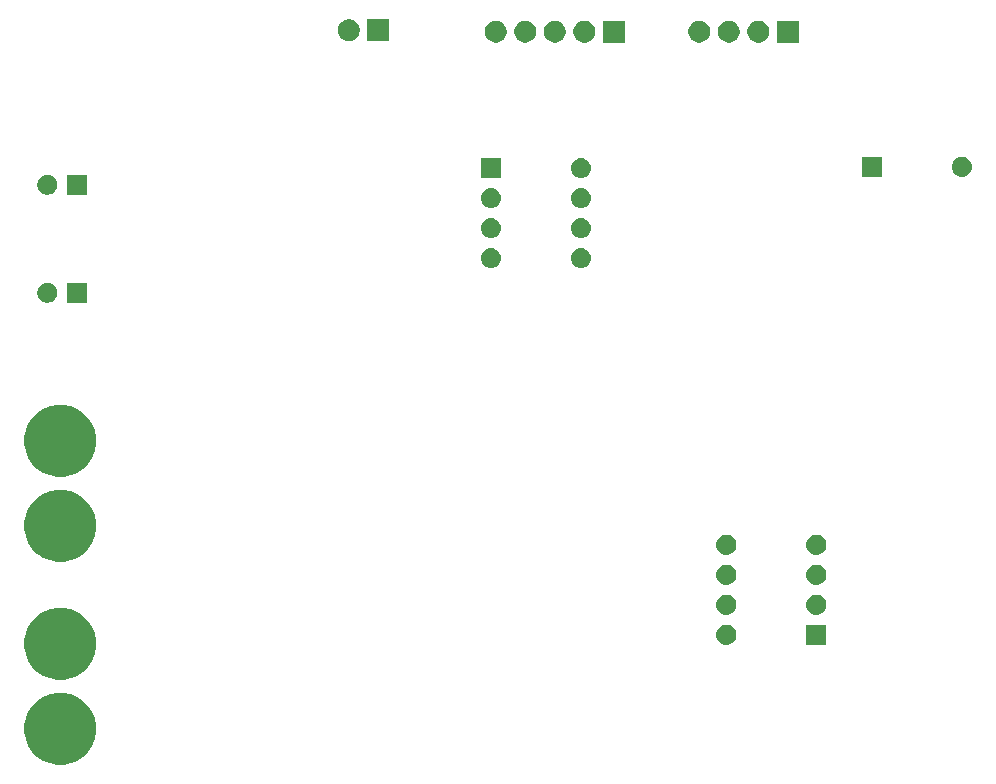
<source format=gbs>
G04 #@! TF.GenerationSoftware,KiCad,Pcbnew,(5.1.0)-1*
G04 #@! TF.CreationDate,2019-06-23T00:58:32+09:00*
G04 #@! TF.ProjectId,md_ver1.00.0,6d645f76-6572-4312-9e30-302e302e6b69,rev?*
G04 #@! TF.SameCoordinates,Original*
G04 #@! TF.FileFunction,Soldermask,Bot*
G04 #@! TF.FilePolarity,Negative*
%FSLAX46Y46*%
G04 Gerber Fmt 4.6, Leading zero omitted, Abs format (unit mm)*
G04 Created by KiCad (PCBNEW (5.1.0)-1) date 2019-06-23 00:58:32*
%MOMM*%
%LPD*%
G04 APERTURE LIST*
%ADD10C,0.100000*%
G04 APERTURE END LIST*
D10*
G36*
X91694943Y-145744248D02*
G01*
X92250189Y-145974238D01*
X92250190Y-145974239D01*
X92749899Y-146308134D01*
X93174866Y-146733101D01*
X93174867Y-146733103D01*
X93508762Y-147232811D01*
X93738752Y-147788057D01*
X93856000Y-148377501D01*
X93856000Y-148978499D01*
X93738752Y-149567943D01*
X93508762Y-150123189D01*
X93508761Y-150123190D01*
X93174866Y-150622899D01*
X92749899Y-151047866D01*
X92498347Y-151215948D01*
X92250189Y-151381762D01*
X91694943Y-151611752D01*
X91105499Y-151729000D01*
X90504501Y-151729000D01*
X89915057Y-151611752D01*
X89359811Y-151381762D01*
X89111653Y-151215948D01*
X88860101Y-151047866D01*
X88435134Y-150622899D01*
X88101239Y-150123190D01*
X88101238Y-150123189D01*
X87871248Y-149567943D01*
X87754000Y-148978499D01*
X87754000Y-148377501D01*
X87871248Y-147788057D01*
X88101238Y-147232811D01*
X88435133Y-146733103D01*
X88435134Y-146733101D01*
X88860101Y-146308134D01*
X89359810Y-145974239D01*
X89359811Y-145974238D01*
X89915057Y-145744248D01*
X90504501Y-145627000D01*
X91105499Y-145627000D01*
X91694943Y-145744248D01*
X91694943Y-145744248D01*
G37*
G36*
X91694943Y-138544248D02*
G01*
X92250189Y-138774238D01*
X92418955Y-138887004D01*
X92749899Y-139108134D01*
X93174866Y-139533101D01*
X93174867Y-139533103D01*
X93508762Y-140032811D01*
X93738752Y-140588057D01*
X93856000Y-141177501D01*
X93856000Y-141778499D01*
X93738752Y-142367943D01*
X93508762Y-142923189D01*
X93508761Y-142923190D01*
X93174866Y-143422899D01*
X92749899Y-143847866D01*
X92498347Y-144015948D01*
X92250189Y-144181762D01*
X91694943Y-144411752D01*
X91105499Y-144529000D01*
X90504501Y-144529000D01*
X89915057Y-144411752D01*
X89359811Y-144181762D01*
X89111653Y-144015948D01*
X88860101Y-143847866D01*
X88435134Y-143422899D01*
X88101239Y-142923190D01*
X88101238Y-142923189D01*
X87871248Y-142367943D01*
X87754000Y-141778499D01*
X87754000Y-141177501D01*
X87871248Y-140588057D01*
X88101238Y-140032811D01*
X88435133Y-139533103D01*
X88435134Y-139533101D01*
X88860101Y-139108134D01*
X89191045Y-138887004D01*
X89359811Y-138774238D01*
X89915057Y-138544248D01*
X90504501Y-138427000D01*
X91105499Y-138427000D01*
X91694943Y-138544248D01*
X91694943Y-138544248D01*
G37*
G36*
X155664000Y-141567000D02*
G01*
X153962000Y-141567000D01*
X153962000Y-139865000D01*
X155664000Y-139865000D01*
X155664000Y-141567000D01*
X155664000Y-141567000D01*
G37*
G36*
X147359823Y-139877313D02*
G01*
X147520242Y-139925976D01*
X147652906Y-139996886D01*
X147668078Y-140004996D01*
X147797659Y-140111341D01*
X147904004Y-140240922D01*
X147904005Y-140240924D01*
X147983024Y-140388758D01*
X148031687Y-140549177D01*
X148048117Y-140716000D01*
X148031687Y-140882823D01*
X147983024Y-141043242D01*
X147912114Y-141175906D01*
X147904004Y-141191078D01*
X147797659Y-141320659D01*
X147668078Y-141427004D01*
X147668076Y-141427005D01*
X147520242Y-141506024D01*
X147359823Y-141554687D01*
X147234804Y-141567000D01*
X147151196Y-141567000D01*
X147026177Y-141554687D01*
X146865758Y-141506024D01*
X146717924Y-141427005D01*
X146717922Y-141427004D01*
X146588341Y-141320659D01*
X146481996Y-141191078D01*
X146473886Y-141175906D01*
X146402976Y-141043242D01*
X146354313Y-140882823D01*
X146337883Y-140716000D01*
X146354313Y-140549177D01*
X146402976Y-140388758D01*
X146481995Y-140240924D01*
X146481996Y-140240922D01*
X146588341Y-140111341D01*
X146717922Y-140004996D01*
X146733094Y-139996886D01*
X146865758Y-139925976D01*
X147026177Y-139877313D01*
X147151196Y-139865000D01*
X147234804Y-139865000D01*
X147359823Y-139877313D01*
X147359823Y-139877313D01*
G37*
G36*
X154979823Y-137337313D02*
G01*
X155140242Y-137385976D01*
X155272906Y-137456886D01*
X155288078Y-137464996D01*
X155417659Y-137571341D01*
X155524004Y-137700922D01*
X155524005Y-137700924D01*
X155603024Y-137848758D01*
X155651687Y-138009177D01*
X155668117Y-138176000D01*
X155651687Y-138342823D01*
X155603024Y-138503242D01*
X155581105Y-138544249D01*
X155524004Y-138651078D01*
X155417659Y-138780659D01*
X155288078Y-138887004D01*
X155288076Y-138887005D01*
X155140242Y-138966024D01*
X154979823Y-139014687D01*
X154854804Y-139027000D01*
X154771196Y-139027000D01*
X154646177Y-139014687D01*
X154485758Y-138966024D01*
X154337924Y-138887005D01*
X154337922Y-138887004D01*
X154208341Y-138780659D01*
X154101996Y-138651078D01*
X154044895Y-138544249D01*
X154022976Y-138503242D01*
X153974313Y-138342823D01*
X153957883Y-138176000D01*
X153974313Y-138009177D01*
X154022976Y-137848758D01*
X154101995Y-137700924D01*
X154101996Y-137700922D01*
X154208341Y-137571341D01*
X154337922Y-137464996D01*
X154353094Y-137456886D01*
X154485758Y-137385976D01*
X154646177Y-137337313D01*
X154771196Y-137325000D01*
X154854804Y-137325000D01*
X154979823Y-137337313D01*
X154979823Y-137337313D01*
G37*
G36*
X147359823Y-137337313D02*
G01*
X147520242Y-137385976D01*
X147652906Y-137456886D01*
X147668078Y-137464996D01*
X147797659Y-137571341D01*
X147904004Y-137700922D01*
X147904005Y-137700924D01*
X147983024Y-137848758D01*
X148031687Y-138009177D01*
X148048117Y-138176000D01*
X148031687Y-138342823D01*
X147983024Y-138503242D01*
X147961105Y-138544249D01*
X147904004Y-138651078D01*
X147797659Y-138780659D01*
X147668078Y-138887004D01*
X147668076Y-138887005D01*
X147520242Y-138966024D01*
X147359823Y-139014687D01*
X147234804Y-139027000D01*
X147151196Y-139027000D01*
X147026177Y-139014687D01*
X146865758Y-138966024D01*
X146717924Y-138887005D01*
X146717922Y-138887004D01*
X146588341Y-138780659D01*
X146481996Y-138651078D01*
X146424895Y-138544249D01*
X146402976Y-138503242D01*
X146354313Y-138342823D01*
X146337883Y-138176000D01*
X146354313Y-138009177D01*
X146402976Y-137848758D01*
X146481995Y-137700924D01*
X146481996Y-137700922D01*
X146588341Y-137571341D01*
X146717922Y-137464996D01*
X146733094Y-137456886D01*
X146865758Y-137385976D01*
X147026177Y-137337313D01*
X147151196Y-137325000D01*
X147234804Y-137325000D01*
X147359823Y-137337313D01*
X147359823Y-137337313D01*
G37*
G36*
X154979823Y-134797313D02*
G01*
X155140242Y-134845976D01*
X155272906Y-134916886D01*
X155288078Y-134924996D01*
X155417659Y-135031341D01*
X155524004Y-135160922D01*
X155524005Y-135160924D01*
X155603024Y-135308758D01*
X155651687Y-135469177D01*
X155668117Y-135636000D01*
X155651687Y-135802823D01*
X155603024Y-135963242D01*
X155532114Y-136095906D01*
X155524004Y-136111078D01*
X155417659Y-136240659D01*
X155288078Y-136347004D01*
X155288076Y-136347005D01*
X155140242Y-136426024D01*
X154979823Y-136474687D01*
X154854804Y-136487000D01*
X154771196Y-136487000D01*
X154646177Y-136474687D01*
X154485758Y-136426024D01*
X154337924Y-136347005D01*
X154337922Y-136347004D01*
X154208341Y-136240659D01*
X154101996Y-136111078D01*
X154093886Y-136095906D01*
X154022976Y-135963242D01*
X153974313Y-135802823D01*
X153957883Y-135636000D01*
X153974313Y-135469177D01*
X154022976Y-135308758D01*
X154101995Y-135160924D01*
X154101996Y-135160922D01*
X154208341Y-135031341D01*
X154337922Y-134924996D01*
X154353094Y-134916886D01*
X154485758Y-134845976D01*
X154646177Y-134797313D01*
X154771196Y-134785000D01*
X154854804Y-134785000D01*
X154979823Y-134797313D01*
X154979823Y-134797313D01*
G37*
G36*
X147359823Y-134797313D02*
G01*
X147520242Y-134845976D01*
X147652906Y-134916886D01*
X147668078Y-134924996D01*
X147797659Y-135031341D01*
X147904004Y-135160922D01*
X147904005Y-135160924D01*
X147983024Y-135308758D01*
X148031687Y-135469177D01*
X148048117Y-135636000D01*
X148031687Y-135802823D01*
X147983024Y-135963242D01*
X147912114Y-136095906D01*
X147904004Y-136111078D01*
X147797659Y-136240659D01*
X147668078Y-136347004D01*
X147668076Y-136347005D01*
X147520242Y-136426024D01*
X147359823Y-136474687D01*
X147234804Y-136487000D01*
X147151196Y-136487000D01*
X147026177Y-136474687D01*
X146865758Y-136426024D01*
X146717924Y-136347005D01*
X146717922Y-136347004D01*
X146588341Y-136240659D01*
X146481996Y-136111078D01*
X146473886Y-136095906D01*
X146402976Y-135963242D01*
X146354313Y-135802823D01*
X146337883Y-135636000D01*
X146354313Y-135469177D01*
X146402976Y-135308758D01*
X146481995Y-135160924D01*
X146481996Y-135160922D01*
X146588341Y-135031341D01*
X146717922Y-134924996D01*
X146733094Y-134916886D01*
X146865758Y-134845976D01*
X147026177Y-134797313D01*
X147151196Y-134785000D01*
X147234804Y-134785000D01*
X147359823Y-134797313D01*
X147359823Y-134797313D01*
G37*
G36*
X91694943Y-128552248D02*
G01*
X92250189Y-128782238D01*
X92250190Y-128782239D01*
X92749899Y-129116134D01*
X93174866Y-129541101D01*
X93174867Y-129541103D01*
X93508762Y-130040811D01*
X93738752Y-130596057D01*
X93856000Y-131185501D01*
X93856000Y-131786499D01*
X93738752Y-132375943D01*
X93508762Y-132931189D01*
X93342948Y-133179347D01*
X93174866Y-133430899D01*
X92749899Y-133855866D01*
X92631935Y-133934687D01*
X92250189Y-134189762D01*
X91694943Y-134419752D01*
X91105499Y-134537000D01*
X90504501Y-134537000D01*
X89915057Y-134419752D01*
X89359811Y-134189762D01*
X88978065Y-133934687D01*
X88860101Y-133855866D01*
X88435134Y-133430899D01*
X88267052Y-133179347D01*
X88101238Y-132931189D01*
X87871248Y-132375943D01*
X87754000Y-131786499D01*
X87754000Y-131185501D01*
X87871248Y-130596057D01*
X88101238Y-130040811D01*
X88435133Y-129541103D01*
X88435134Y-129541101D01*
X88860101Y-129116134D01*
X89359810Y-128782239D01*
X89359811Y-128782238D01*
X89915057Y-128552248D01*
X90504501Y-128435000D01*
X91105499Y-128435000D01*
X91694943Y-128552248D01*
X91694943Y-128552248D01*
G37*
G36*
X147359823Y-132257313D02*
G01*
X147520242Y-132305976D01*
X147651141Y-132375943D01*
X147668078Y-132384996D01*
X147797659Y-132491341D01*
X147904004Y-132620922D01*
X147904005Y-132620924D01*
X147983024Y-132768758D01*
X148031687Y-132929177D01*
X148048117Y-133096000D01*
X148031687Y-133262823D01*
X147983024Y-133423242D01*
X147978932Y-133430897D01*
X147904004Y-133571078D01*
X147797659Y-133700659D01*
X147668078Y-133807004D01*
X147668076Y-133807005D01*
X147520242Y-133886024D01*
X147359823Y-133934687D01*
X147234804Y-133947000D01*
X147151196Y-133947000D01*
X147026177Y-133934687D01*
X146865758Y-133886024D01*
X146717924Y-133807005D01*
X146717922Y-133807004D01*
X146588341Y-133700659D01*
X146481996Y-133571078D01*
X146407068Y-133430897D01*
X146402976Y-133423242D01*
X146354313Y-133262823D01*
X146337883Y-133096000D01*
X146354313Y-132929177D01*
X146402976Y-132768758D01*
X146481995Y-132620924D01*
X146481996Y-132620922D01*
X146588341Y-132491341D01*
X146717922Y-132384996D01*
X146734859Y-132375943D01*
X146865758Y-132305976D01*
X147026177Y-132257313D01*
X147151196Y-132245000D01*
X147234804Y-132245000D01*
X147359823Y-132257313D01*
X147359823Y-132257313D01*
G37*
G36*
X154979823Y-132257313D02*
G01*
X155140242Y-132305976D01*
X155271141Y-132375943D01*
X155288078Y-132384996D01*
X155417659Y-132491341D01*
X155524004Y-132620922D01*
X155524005Y-132620924D01*
X155603024Y-132768758D01*
X155651687Y-132929177D01*
X155668117Y-133096000D01*
X155651687Y-133262823D01*
X155603024Y-133423242D01*
X155598932Y-133430897D01*
X155524004Y-133571078D01*
X155417659Y-133700659D01*
X155288078Y-133807004D01*
X155288076Y-133807005D01*
X155140242Y-133886024D01*
X154979823Y-133934687D01*
X154854804Y-133947000D01*
X154771196Y-133947000D01*
X154646177Y-133934687D01*
X154485758Y-133886024D01*
X154337924Y-133807005D01*
X154337922Y-133807004D01*
X154208341Y-133700659D01*
X154101996Y-133571078D01*
X154027068Y-133430897D01*
X154022976Y-133423242D01*
X153974313Y-133262823D01*
X153957883Y-133096000D01*
X153974313Y-132929177D01*
X154022976Y-132768758D01*
X154101995Y-132620924D01*
X154101996Y-132620922D01*
X154208341Y-132491341D01*
X154337922Y-132384996D01*
X154354859Y-132375943D01*
X154485758Y-132305976D01*
X154646177Y-132257313D01*
X154771196Y-132245000D01*
X154854804Y-132245000D01*
X154979823Y-132257313D01*
X154979823Y-132257313D01*
G37*
G36*
X91694943Y-121352248D02*
G01*
X92250189Y-121582238D01*
X92250190Y-121582239D01*
X92749899Y-121916134D01*
X93174866Y-122341101D01*
X93174867Y-122341103D01*
X93508762Y-122840811D01*
X93738752Y-123396057D01*
X93856000Y-123985501D01*
X93856000Y-124586499D01*
X93738752Y-125175943D01*
X93508762Y-125731189D01*
X93508761Y-125731190D01*
X93174866Y-126230899D01*
X92749899Y-126655866D01*
X92498347Y-126823948D01*
X92250189Y-126989762D01*
X91694943Y-127219752D01*
X91105499Y-127337000D01*
X90504501Y-127337000D01*
X89915057Y-127219752D01*
X89359811Y-126989762D01*
X89111653Y-126823948D01*
X88860101Y-126655866D01*
X88435134Y-126230899D01*
X88101239Y-125731190D01*
X88101238Y-125731189D01*
X87871248Y-125175943D01*
X87754000Y-124586499D01*
X87754000Y-123985501D01*
X87871248Y-123396057D01*
X88101238Y-122840811D01*
X88435133Y-122341103D01*
X88435134Y-122341101D01*
X88860101Y-121916134D01*
X89359810Y-121582239D01*
X89359811Y-121582238D01*
X89915057Y-121352248D01*
X90504501Y-121235000D01*
X91105499Y-121235000D01*
X91694943Y-121352248D01*
X91694943Y-121352248D01*
G37*
G36*
X89950228Y-110941703D02*
G01*
X90105100Y-111005853D01*
X90244481Y-111098985D01*
X90363015Y-111217519D01*
X90456147Y-111356900D01*
X90520297Y-111511772D01*
X90553000Y-111676184D01*
X90553000Y-111843816D01*
X90520297Y-112008228D01*
X90456147Y-112163100D01*
X90363015Y-112302481D01*
X90244481Y-112421015D01*
X90105100Y-112514147D01*
X89950228Y-112578297D01*
X89785816Y-112611000D01*
X89618184Y-112611000D01*
X89453772Y-112578297D01*
X89298900Y-112514147D01*
X89159519Y-112421015D01*
X89040985Y-112302481D01*
X88947853Y-112163100D01*
X88883703Y-112008228D01*
X88851000Y-111843816D01*
X88851000Y-111676184D01*
X88883703Y-111511772D01*
X88947853Y-111356900D01*
X89040985Y-111217519D01*
X89159519Y-111098985D01*
X89298900Y-111005853D01*
X89453772Y-110941703D01*
X89618184Y-110909000D01*
X89785816Y-110909000D01*
X89950228Y-110941703D01*
X89950228Y-110941703D01*
G37*
G36*
X93053000Y-112611000D02*
G01*
X91351000Y-112611000D01*
X91351000Y-110909000D01*
X93053000Y-110909000D01*
X93053000Y-112611000D01*
X93053000Y-112611000D01*
G37*
G36*
X127420823Y-108000313D02*
G01*
X127581242Y-108048976D01*
X127713906Y-108119886D01*
X127729078Y-108127996D01*
X127858659Y-108234341D01*
X127965004Y-108363922D01*
X127965005Y-108363924D01*
X128044024Y-108511758D01*
X128092687Y-108672177D01*
X128109117Y-108839000D01*
X128092687Y-109005823D01*
X128044024Y-109166242D01*
X127973114Y-109298906D01*
X127965004Y-109314078D01*
X127858659Y-109443659D01*
X127729078Y-109550004D01*
X127729076Y-109550005D01*
X127581242Y-109629024D01*
X127420823Y-109677687D01*
X127295804Y-109690000D01*
X127212196Y-109690000D01*
X127087177Y-109677687D01*
X126926758Y-109629024D01*
X126778924Y-109550005D01*
X126778922Y-109550004D01*
X126649341Y-109443659D01*
X126542996Y-109314078D01*
X126534886Y-109298906D01*
X126463976Y-109166242D01*
X126415313Y-109005823D01*
X126398883Y-108839000D01*
X126415313Y-108672177D01*
X126463976Y-108511758D01*
X126542995Y-108363924D01*
X126542996Y-108363922D01*
X126649341Y-108234341D01*
X126778922Y-108127996D01*
X126794094Y-108119886D01*
X126926758Y-108048976D01*
X127087177Y-108000313D01*
X127212196Y-107988000D01*
X127295804Y-107988000D01*
X127420823Y-108000313D01*
X127420823Y-108000313D01*
G37*
G36*
X135040823Y-108000313D02*
G01*
X135201242Y-108048976D01*
X135333906Y-108119886D01*
X135349078Y-108127996D01*
X135478659Y-108234341D01*
X135585004Y-108363922D01*
X135585005Y-108363924D01*
X135664024Y-108511758D01*
X135712687Y-108672177D01*
X135729117Y-108839000D01*
X135712687Y-109005823D01*
X135664024Y-109166242D01*
X135593114Y-109298906D01*
X135585004Y-109314078D01*
X135478659Y-109443659D01*
X135349078Y-109550004D01*
X135349076Y-109550005D01*
X135201242Y-109629024D01*
X135040823Y-109677687D01*
X134915804Y-109690000D01*
X134832196Y-109690000D01*
X134707177Y-109677687D01*
X134546758Y-109629024D01*
X134398924Y-109550005D01*
X134398922Y-109550004D01*
X134269341Y-109443659D01*
X134162996Y-109314078D01*
X134154886Y-109298906D01*
X134083976Y-109166242D01*
X134035313Y-109005823D01*
X134018883Y-108839000D01*
X134035313Y-108672177D01*
X134083976Y-108511758D01*
X134162995Y-108363924D01*
X134162996Y-108363922D01*
X134269341Y-108234341D01*
X134398922Y-108127996D01*
X134414094Y-108119886D01*
X134546758Y-108048976D01*
X134707177Y-108000313D01*
X134832196Y-107988000D01*
X134915804Y-107988000D01*
X135040823Y-108000313D01*
X135040823Y-108000313D01*
G37*
G36*
X135040823Y-105460313D02*
G01*
X135201242Y-105508976D01*
X135333906Y-105579886D01*
X135349078Y-105587996D01*
X135478659Y-105694341D01*
X135585004Y-105823922D01*
X135585005Y-105823924D01*
X135664024Y-105971758D01*
X135712687Y-106132177D01*
X135729117Y-106299000D01*
X135712687Y-106465823D01*
X135664024Y-106626242D01*
X135593114Y-106758906D01*
X135585004Y-106774078D01*
X135478659Y-106903659D01*
X135349078Y-107010004D01*
X135349076Y-107010005D01*
X135201242Y-107089024D01*
X135040823Y-107137687D01*
X134915804Y-107150000D01*
X134832196Y-107150000D01*
X134707177Y-107137687D01*
X134546758Y-107089024D01*
X134398924Y-107010005D01*
X134398922Y-107010004D01*
X134269341Y-106903659D01*
X134162996Y-106774078D01*
X134154886Y-106758906D01*
X134083976Y-106626242D01*
X134035313Y-106465823D01*
X134018883Y-106299000D01*
X134035313Y-106132177D01*
X134083976Y-105971758D01*
X134162995Y-105823924D01*
X134162996Y-105823922D01*
X134269341Y-105694341D01*
X134398922Y-105587996D01*
X134414094Y-105579886D01*
X134546758Y-105508976D01*
X134707177Y-105460313D01*
X134832196Y-105448000D01*
X134915804Y-105448000D01*
X135040823Y-105460313D01*
X135040823Y-105460313D01*
G37*
G36*
X127420823Y-105460313D02*
G01*
X127581242Y-105508976D01*
X127713906Y-105579886D01*
X127729078Y-105587996D01*
X127858659Y-105694341D01*
X127965004Y-105823922D01*
X127965005Y-105823924D01*
X128044024Y-105971758D01*
X128092687Y-106132177D01*
X128109117Y-106299000D01*
X128092687Y-106465823D01*
X128044024Y-106626242D01*
X127973114Y-106758906D01*
X127965004Y-106774078D01*
X127858659Y-106903659D01*
X127729078Y-107010004D01*
X127729076Y-107010005D01*
X127581242Y-107089024D01*
X127420823Y-107137687D01*
X127295804Y-107150000D01*
X127212196Y-107150000D01*
X127087177Y-107137687D01*
X126926758Y-107089024D01*
X126778924Y-107010005D01*
X126778922Y-107010004D01*
X126649341Y-106903659D01*
X126542996Y-106774078D01*
X126534886Y-106758906D01*
X126463976Y-106626242D01*
X126415313Y-106465823D01*
X126398883Y-106299000D01*
X126415313Y-106132177D01*
X126463976Y-105971758D01*
X126542995Y-105823924D01*
X126542996Y-105823922D01*
X126649341Y-105694341D01*
X126778922Y-105587996D01*
X126794094Y-105579886D01*
X126926758Y-105508976D01*
X127087177Y-105460313D01*
X127212196Y-105448000D01*
X127295804Y-105448000D01*
X127420823Y-105460313D01*
X127420823Y-105460313D01*
G37*
G36*
X135040823Y-102920313D02*
G01*
X135201242Y-102968976D01*
X135295017Y-103019100D01*
X135349078Y-103047996D01*
X135478659Y-103154341D01*
X135585004Y-103283922D01*
X135585005Y-103283924D01*
X135664024Y-103431758D01*
X135712687Y-103592177D01*
X135729117Y-103759000D01*
X135712687Y-103925823D01*
X135664024Y-104086242D01*
X135593114Y-104218906D01*
X135585004Y-104234078D01*
X135478659Y-104363659D01*
X135349078Y-104470004D01*
X135349076Y-104470005D01*
X135201242Y-104549024D01*
X135040823Y-104597687D01*
X134915804Y-104610000D01*
X134832196Y-104610000D01*
X134707177Y-104597687D01*
X134546758Y-104549024D01*
X134398924Y-104470005D01*
X134398922Y-104470004D01*
X134269341Y-104363659D01*
X134162996Y-104234078D01*
X134154886Y-104218906D01*
X134083976Y-104086242D01*
X134035313Y-103925823D01*
X134018883Y-103759000D01*
X134035313Y-103592177D01*
X134083976Y-103431758D01*
X134162995Y-103283924D01*
X134162996Y-103283922D01*
X134269341Y-103154341D01*
X134398922Y-103047996D01*
X134452983Y-103019100D01*
X134546758Y-102968976D01*
X134707177Y-102920313D01*
X134832196Y-102908000D01*
X134915804Y-102908000D01*
X135040823Y-102920313D01*
X135040823Y-102920313D01*
G37*
G36*
X127420823Y-102920313D02*
G01*
X127581242Y-102968976D01*
X127675017Y-103019100D01*
X127729078Y-103047996D01*
X127858659Y-103154341D01*
X127965004Y-103283922D01*
X127965005Y-103283924D01*
X128044024Y-103431758D01*
X128092687Y-103592177D01*
X128109117Y-103759000D01*
X128092687Y-103925823D01*
X128044024Y-104086242D01*
X127973114Y-104218906D01*
X127965004Y-104234078D01*
X127858659Y-104363659D01*
X127729078Y-104470004D01*
X127729076Y-104470005D01*
X127581242Y-104549024D01*
X127420823Y-104597687D01*
X127295804Y-104610000D01*
X127212196Y-104610000D01*
X127087177Y-104597687D01*
X126926758Y-104549024D01*
X126778924Y-104470005D01*
X126778922Y-104470004D01*
X126649341Y-104363659D01*
X126542996Y-104234078D01*
X126534886Y-104218906D01*
X126463976Y-104086242D01*
X126415313Y-103925823D01*
X126398883Y-103759000D01*
X126415313Y-103592177D01*
X126463976Y-103431758D01*
X126542995Y-103283924D01*
X126542996Y-103283922D01*
X126649341Y-103154341D01*
X126778922Y-103047996D01*
X126832983Y-103019100D01*
X126926758Y-102968976D01*
X127087177Y-102920313D01*
X127212196Y-102908000D01*
X127295804Y-102908000D01*
X127420823Y-102920313D01*
X127420823Y-102920313D01*
G37*
G36*
X89950228Y-101797703D02*
G01*
X90105100Y-101861853D01*
X90244481Y-101954985D01*
X90363015Y-102073519D01*
X90456147Y-102212900D01*
X90520297Y-102367772D01*
X90553000Y-102532184D01*
X90553000Y-102699816D01*
X90520297Y-102864228D01*
X90456147Y-103019100D01*
X90363015Y-103158481D01*
X90244481Y-103277015D01*
X90105100Y-103370147D01*
X89950228Y-103434297D01*
X89785816Y-103467000D01*
X89618184Y-103467000D01*
X89453772Y-103434297D01*
X89298900Y-103370147D01*
X89159519Y-103277015D01*
X89040985Y-103158481D01*
X88947853Y-103019100D01*
X88883703Y-102864228D01*
X88851000Y-102699816D01*
X88851000Y-102532184D01*
X88883703Y-102367772D01*
X88947853Y-102212900D01*
X89040985Y-102073519D01*
X89159519Y-101954985D01*
X89298900Y-101861853D01*
X89453772Y-101797703D01*
X89618184Y-101765000D01*
X89785816Y-101765000D01*
X89950228Y-101797703D01*
X89950228Y-101797703D01*
G37*
G36*
X93053000Y-103467000D02*
G01*
X91351000Y-103467000D01*
X91351000Y-101765000D01*
X93053000Y-101765000D01*
X93053000Y-103467000D01*
X93053000Y-103467000D01*
G37*
G36*
X135040823Y-100380313D02*
G01*
X135201242Y-100428976D01*
X135310435Y-100487341D01*
X135349078Y-100507996D01*
X135478659Y-100614341D01*
X135585004Y-100743922D01*
X135585005Y-100743924D01*
X135664024Y-100891758D01*
X135712687Y-101052177D01*
X135729117Y-101219000D01*
X135712687Y-101385823D01*
X135664024Y-101546242D01*
X135593114Y-101678906D01*
X135585004Y-101694078D01*
X135478659Y-101823659D01*
X135349078Y-101930004D01*
X135349076Y-101930005D01*
X135201242Y-102009024D01*
X135040823Y-102057687D01*
X134915804Y-102070000D01*
X134832196Y-102070000D01*
X134707177Y-102057687D01*
X134546758Y-102009024D01*
X134398924Y-101930005D01*
X134398922Y-101930004D01*
X134269341Y-101823659D01*
X134162996Y-101694078D01*
X134154886Y-101678906D01*
X134083976Y-101546242D01*
X134035313Y-101385823D01*
X134018883Y-101219000D01*
X134035313Y-101052177D01*
X134083976Y-100891758D01*
X134162995Y-100743924D01*
X134162996Y-100743922D01*
X134269341Y-100614341D01*
X134398922Y-100507996D01*
X134437565Y-100487341D01*
X134546758Y-100428976D01*
X134707177Y-100380313D01*
X134832196Y-100368000D01*
X134915804Y-100368000D01*
X135040823Y-100380313D01*
X135040823Y-100380313D01*
G37*
G36*
X128105000Y-102070000D02*
G01*
X126403000Y-102070000D01*
X126403000Y-100368000D01*
X128105000Y-100368000D01*
X128105000Y-102070000D01*
X128105000Y-102070000D01*
G37*
G36*
X167298823Y-100253313D02*
G01*
X167459242Y-100301976D01*
X167582764Y-100368000D01*
X167607078Y-100380996D01*
X167736659Y-100487341D01*
X167843004Y-100616922D01*
X167843005Y-100616924D01*
X167922024Y-100764758D01*
X167970687Y-100925177D01*
X167987117Y-101092000D01*
X167970687Y-101258823D01*
X167922024Y-101419242D01*
X167854143Y-101546239D01*
X167843004Y-101567078D01*
X167736659Y-101696659D01*
X167607078Y-101803004D01*
X167607076Y-101803005D01*
X167459242Y-101882024D01*
X167298823Y-101930687D01*
X167173804Y-101943000D01*
X167090196Y-101943000D01*
X166965177Y-101930687D01*
X166804758Y-101882024D01*
X166656924Y-101803005D01*
X166656922Y-101803004D01*
X166527341Y-101696659D01*
X166420996Y-101567078D01*
X166409857Y-101546239D01*
X166341976Y-101419242D01*
X166293313Y-101258823D01*
X166276883Y-101092000D01*
X166293313Y-100925177D01*
X166341976Y-100764758D01*
X166420995Y-100616924D01*
X166420996Y-100616922D01*
X166527341Y-100487341D01*
X166656922Y-100380996D01*
X166681236Y-100368000D01*
X166804758Y-100301976D01*
X166965177Y-100253313D01*
X167090196Y-100241000D01*
X167173804Y-100241000D01*
X167298823Y-100253313D01*
X167298823Y-100253313D01*
G37*
G36*
X160363000Y-101943000D02*
G01*
X158661000Y-101943000D01*
X158661000Y-100241000D01*
X160363000Y-100241000D01*
X160363000Y-101943000D01*
X160363000Y-101943000D01*
G37*
G36*
X150170104Y-88771585D02*
G01*
X150338626Y-88841389D01*
X150490291Y-88942728D01*
X150619272Y-89071709D01*
X150720611Y-89223374D01*
X150790415Y-89391896D01*
X150826000Y-89570797D01*
X150826000Y-89753203D01*
X150790415Y-89932104D01*
X150720611Y-90100626D01*
X150619272Y-90252291D01*
X150490291Y-90381272D01*
X150338626Y-90482611D01*
X150170104Y-90552415D01*
X149991203Y-90588000D01*
X149808797Y-90588000D01*
X149629896Y-90552415D01*
X149461374Y-90482611D01*
X149309709Y-90381272D01*
X149180728Y-90252291D01*
X149079389Y-90100626D01*
X149009585Y-89932104D01*
X148974000Y-89753203D01*
X148974000Y-89570797D01*
X149009585Y-89391896D01*
X149079389Y-89223374D01*
X149180728Y-89071709D01*
X149309709Y-88942728D01*
X149461374Y-88841389D01*
X149629896Y-88771585D01*
X149808797Y-88736000D01*
X149991203Y-88736000D01*
X150170104Y-88771585D01*
X150170104Y-88771585D01*
G37*
G36*
X138594000Y-90588000D02*
G01*
X136742000Y-90588000D01*
X136742000Y-88736000D01*
X138594000Y-88736000D01*
X138594000Y-90588000D01*
X138594000Y-90588000D01*
G37*
G36*
X135438104Y-88771585D02*
G01*
X135606626Y-88841389D01*
X135758291Y-88942728D01*
X135887272Y-89071709D01*
X135988611Y-89223374D01*
X136058415Y-89391896D01*
X136094000Y-89570797D01*
X136094000Y-89753203D01*
X136058415Y-89932104D01*
X135988611Y-90100626D01*
X135887272Y-90252291D01*
X135758291Y-90381272D01*
X135606626Y-90482611D01*
X135438104Y-90552415D01*
X135259203Y-90588000D01*
X135076797Y-90588000D01*
X134897896Y-90552415D01*
X134729374Y-90482611D01*
X134577709Y-90381272D01*
X134448728Y-90252291D01*
X134347389Y-90100626D01*
X134277585Y-89932104D01*
X134242000Y-89753203D01*
X134242000Y-89570797D01*
X134277585Y-89391896D01*
X134347389Y-89223374D01*
X134448728Y-89071709D01*
X134577709Y-88942728D01*
X134729374Y-88841389D01*
X134897896Y-88771585D01*
X135076797Y-88736000D01*
X135259203Y-88736000D01*
X135438104Y-88771585D01*
X135438104Y-88771585D01*
G37*
G36*
X132938104Y-88771585D02*
G01*
X133106626Y-88841389D01*
X133258291Y-88942728D01*
X133387272Y-89071709D01*
X133488611Y-89223374D01*
X133558415Y-89391896D01*
X133594000Y-89570797D01*
X133594000Y-89753203D01*
X133558415Y-89932104D01*
X133488611Y-90100626D01*
X133387272Y-90252291D01*
X133258291Y-90381272D01*
X133106626Y-90482611D01*
X132938104Y-90552415D01*
X132759203Y-90588000D01*
X132576797Y-90588000D01*
X132397896Y-90552415D01*
X132229374Y-90482611D01*
X132077709Y-90381272D01*
X131948728Y-90252291D01*
X131847389Y-90100626D01*
X131777585Y-89932104D01*
X131742000Y-89753203D01*
X131742000Y-89570797D01*
X131777585Y-89391896D01*
X131847389Y-89223374D01*
X131948728Y-89071709D01*
X132077709Y-88942728D01*
X132229374Y-88841389D01*
X132397896Y-88771585D01*
X132576797Y-88736000D01*
X132759203Y-88736000D01*
X132938104Y-88771585D01*
X132938104Y-88771585D01*
G37*
G36*
X127938104Y-88771585D02*
G01*
X128106626Y-88841389D01*
X128258291Y-88942728D01*
X128387272Y-89071709D01*
X128488611Y-89223374D01*
X128558415Y-89391896D01*
X128594000Y-89570797D01*
X128594000Y-89753203D01*
X128558415Y-89932104D01*
X128488611Y-90100626D01*
X128387272Y-90252291D01*
X128258291Y-90381272D01*
X128106626Y-90482611D01*
X127938104Y-90552415D01*
X127759203Y-90588000D01*
X127576797Y-90588000D01*
X127397896Y-90552415D01*
X127229374Y-90482611D01*
X127077709Y-90381272D01*
X126948728Y-90252291D01*
X126847389Y-90100626D01*
X126777585Y-89932104D01*
X126742000Y-89753203D01*
X126742000Y-89570797D01*
X126777585Y-89391896D01*
X126847389Y-89223374D01*
X126948728Y-89071709D01*
X127077709Y-88942728D01*
X127229374Y-88841389D01*
X127397896Y-88771585D01*
X127576797Y-88736000D01*
X127759203Y-88736000D01*
X127938104Y-88771585D01*
X127938104Y-88771585D01*
G37*
G36*
X145170104Y-88771585D02*
G01*
X145338626Y-88841389D01*
X145490291Y-88942728D01*
X145619272Y-89071709D01*
X145720611Y-89223374D01*
X145790415Y-89391896D01*
X145826000Y-89570797D01*
X145826000Y-89753203D01*
X145790415Y-89932104D01*
X145720611Y-90100626D01*
X145619272Y-90252291D01*
X145490291Y-90381272D01*
X145338626Y-90482611D01*
X145170104Y-90552415D01*
X144991203Y-90588000D01*
X144808797Y-90588000D01*
X144629896Y-90552415D01*
X144461374Y-90482611D01*
X144309709Y-90381272D01*
X144180728Y-90252291D01*
X144079389Y-90100626D01*
X144009585Y-89932104D01*
X143974000Y-89753203D01*
X143974000Y-89570797D01*
X144009585Y-89391896D01*
X144079389Y-89223374D01*
X144180728Y-89071709D01*
X144309709Y-88942728D01*
X144461374Y-88841389D01*
X144629896Y-88771585D01*
X144808797Y-88736000D01*
X144991203Y-88736000D01*
X145170104Y-88771585D01*
X145170104Y-88771585D01*
G37*
G36*
X147670104Y-88771585D02*
G01*
X147838626Y-88841389D01*
X147990291Y-88942728D01*
X148119272Y-89071709D01*
X148220611Y-89223374D01*
X148290415Y-89391896D01*
X148326000Y-89570797D01*
X148326000Y-89753203D01*
X148290415Y-89932104D01*
X148220611Y-90100626D01*
X148119272Y-90252291D01*
X147990291Y-90381272D01*
X147838626Y-90482611D01*
X147670104Y-90552415D01*
X147491203Y-90588000D01*
X147308797Y-90588000D01*
X147129896Y-90552415D01*
X146961374Y-90482611D01*
X146809709Y-90381272D01*
X146680728Y-90252291D01*
X146579389Y-90100626D01*
X146509585Y-89932104D01*
X146474000Y-89753203D01*
X146474000Y-89570797D01*
X146509585Y-89391896D01*
X146579389Y-89223374D01*
X146680728Y-89071709D01*
X146809709Y-88942728D01*
X146961374Y-88841389D01*
X147129896Y-88771585D01*
X147308797Y-88736000D01*
X147491203Y-88736000D01*
X147670104Y-88771585D01*
X147670104Y-88771585D01*
G37*
G36*
X153326000Y-90588000D02*
G01*
X151474000Y-90588000D01*
X151474000Y-88736000D01*
X153326000Y-88736000D01*
X153326000Y-90588000D01*
X153326000Y-90588000D01*
G37*
G36*
X130438104Y-88771585D02*
G01*
X130606626Y-88841389D01*
X130758291Y-88942728D01*
X130887272Y-89071709D01*
X130988611Y-89223374D01*
X131058415Y-89391896D01*
X131094000Y-89570797D01*
X131094000Y-89753203D01*
X131058415Y-89932104D01*
X130988611Y-90100626D01*
X130887272Y-90252291D01*
X130758291Y-90381272D01*
X130606626Y-90482611D01*
X130438104Y-90552415D01*
X130259203Y-90588000D01*
X130076797Y-90588000D01*
X129897896Y-90552415D01*
X129729374Y-90482611D01*
X129577709Y-90381272D01*
X129448728Y-90252291D01*
X129347389Y-90100626D01*
X129277585Y-89932104D01*
X129242000Y-89753203D01*
X129242000Y-89570797D01*
X129277585Y-89391896D01*
X129347389Y-89223374D01*
X129448728Y-89071709D01*
X129577709Y-88942728D01*
X129729374Y-88841389D01*
X129897896Y-88771585D01*
X130076797Y-88736000D01*
X130259203Y-88736000D01*
X130438104Y-88771585D01*
X130438104Y-88771585D01*
G37*
G36*
X118655000Y-90461000D02*
G01*
X116803000Y-90461000D01*
X116803000Y-88609000D01*
X118655000Y-88609000D01*
X118655000Y-90461000D01*
X118655000Y-90461000D01*
G37*
G36*
X115499104Y-88644585D02*
G01*
X115667626Y-88714389D01*
X115819291Y-88815728D01*
X115948272Y-88944709D01*
X116049611Y-89096374D01*
X116119415Y-89264896D01*
X116155000Y-89443797D01*
X116155000Y-89626203D01*
X116119415Y-89805104D01*
X116049611Y-89973626D01*
X115948272Y-90125291D01*
X115819291Y-90254272D01*
X115667626Y-90355611D01*
X115499104Y-90425415D01*
X115320203Y-90461000D01*
X115137797Y-90461000D01*
X114958896Y-90425415D01*
X114790374Y-90355611D01*
X114638709Y-90254272D01*
X114509728Y-90125291D01*
X114408389Y-89973626D01*
X114338585Y-89805104D01*
X114303000Y-89626203D01*
X114303000Y-89443797D01*
X114338585Y-89264896D01*
X114408389Y-89096374D01*
X114509728Y-88944709D01*
X114638709Y-88815728D01*
X114790374Y-88714389D01*
X114958896Y-88644585D01*
X115137797Y-88609000D01*
X115320203Y-88609000D01*
X115499104Y-88644585D01*
X115499104Y-88644585D01*
G37*
M02*

</source>
